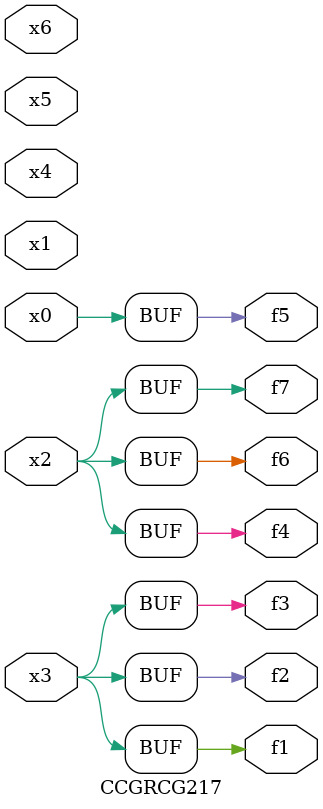
<source format=v>
module CCGRCG217(
	input x0, x1, x2, x3, x4, x5, x6,
	output f1, f2, f3, f4, f5, f6, f7
);
	assign f1 = x3;
	assign f2 = x3;
	assign f3 = x3;
	assign f4 = x2;
	assign f5 = x0;
	assign f6 = x2;
	assign f7 = x2;
endmodule

</source>
